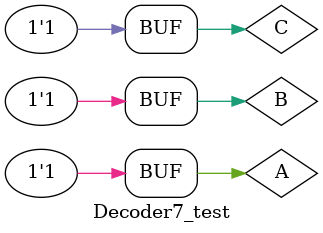
<source format=v>
`timescale 1ns / 1ps

module Decoder7_test;

	reg A;
	reg B;
	reg C;

	wire [7:0] FINAL_OUT;

	Decoder7 uut (
		.A(A),
		.B(B),
		.C(C),
		.FINAL_OUT (FINAL_OUT)
	);

initial begin 
// 1
A = 0;
	B = 0;
	C = 1;

	#10;
// 2
A = 0;
	B = 1;
	C = 0;

	#10;
// 3
A = 0;
	B = 1;
	C = 1;

	#10;
// 4
A = 0;
	B = 0;
	C = 0;

	#10;
// 5
A = 1;
	B = 0;
	C = 0;

	#10;
// 6
A = 1;
	B = 0;
	C = 1;

	#10;
// 7
A = 1;
	B = 1;
	C = 0;

	#10;
// 8
A = 0;
	B = 1;
	C = 0;

	#10;
// 9
A = 1;
	B = 0;
	C = 0;

	#10;
// 10
A = 1;
	B = 1;
	C = 1;

	#10;

end
endmodule

</source>
